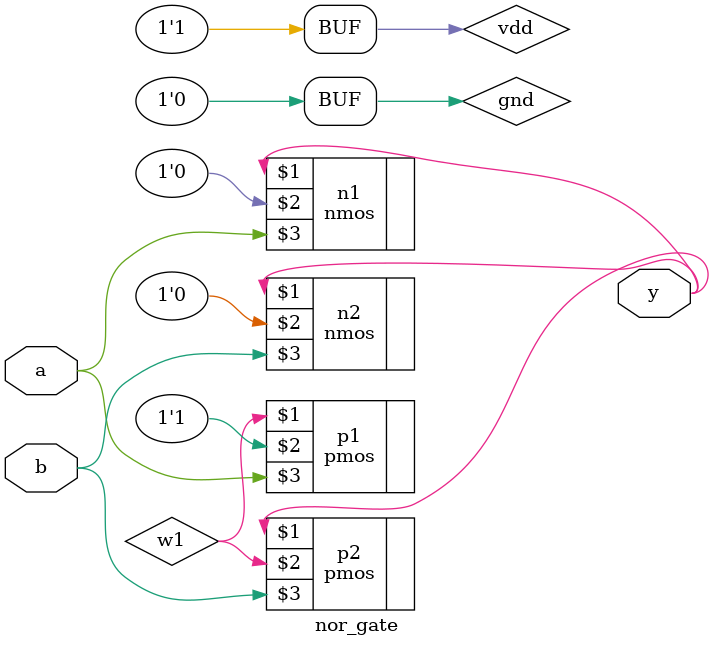
<source format=v>
module nor_gate (
    input a,
    input b,
    output y
);

    supply1 vdd;
    supply0 gnd;
    wire w1;

    // PMOS transistors in series - both transistors are connected to VDD and the output
    pmos p1(w1, vdd, a);
    pmos p2(y, w1, b);

    // NMOS transistors in parallel - both transistors are connected to GND and the output
    nmos n1(y, gnd, a);
    nmos n2(y, gnd, b);

endmodule

    // NOR gate circuit using PMOS and NMOS transistors:
    //
    //        VDD
    //         |
    //       |-|
    //       |p1
    //       |-|
    //         |
    //       |-|
    //       |p2
    //       |-|
    //         |
    //    |----|---- Output (y)
    //    |    |
    //  |-|  |-|
    //  |n1  |n2
    //  |-|  |-|
    //    |    |
    //   GND  GND
    //
    //    Input a,b

    // PMOS block (in series):
    //     VDD
    //      |
    //    |-+
    //    |p1
    //    |-|
    //      |
    //    |-+
    //    |p2
    //    |-|
    //      |
    //    Output

    // NMOS block (in parallel):
    //    Input
    //      |
    //   |--+--|
    //   |     |
    // |-+   |-+
    // |n1   |n2
    // |-|   |-|
    //   |     |
    //  GND   GND

</source>
